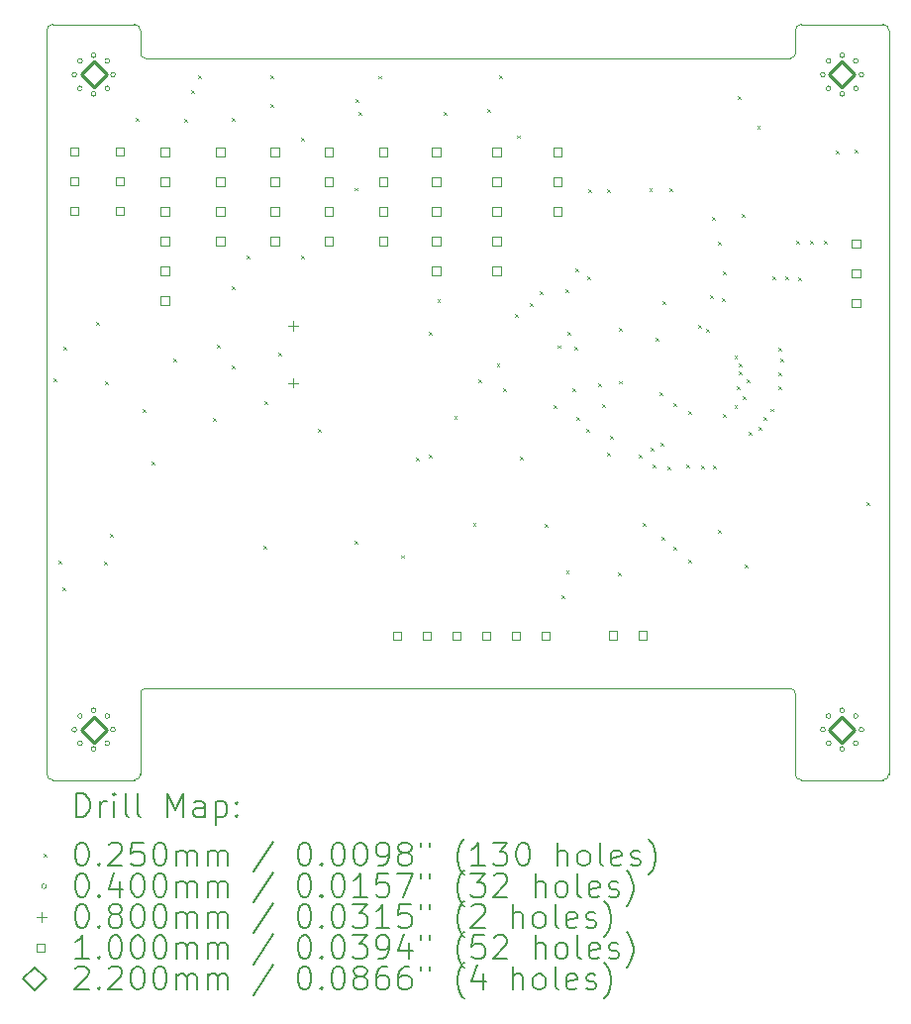
<source format=gbr>
%TF.GenerationSoftware,KiCad,Pcbnew,(6.0.9)*%
%TF.CreationDate,2023-02-01T14:52:12+00:00*%
%TF.ProjectId,GroupProjectCustom,47726f75-7050-4726-9f6a-656374437573,rev?*%
%TF.SameCoordinates,Original*%
%TF.FileFunction,Drillmap*%
%TF.FilePolarity,Positive*%
%FSLAX45Y45*%
G04 Gerber Fmt 4.5, Leading zero omitted, Abs format (unit mm)*
G04 Created by KiCad (PCBNEW (6.0.9)) date 2023-02-01 14:52:12*
%MOMM*%
%LPD*%
G01*
G04 APERTURE LIST*
%ADD10C,0.100000*%
%ADD11C,0.200000*%
%ADD12C,0.025000*%
%ADD13C,0.040000*%
%ADD14C,0.080000*%
%ADD15C,0.220000*%
G04 APERTURE END LIST*
D10*
X12960000Y-4381000D02*
G75*
G03*
X12910000Y-4331000I-50000J0D01*
G01*
X13460000Y-10011000D02*
X13000284Y-10011284D01*
X12160000Y-5611000D02*
X12160000Y-5461000D01*
X19310000Y-4331000D02*
X18610000Y-4331000D01*
X19360000Y-5081000D02*
X19360000Y-5111000D01*
X12160000Y-10741000D02*
G75*
G03*
X12210000Y-10791000I50000J0D01*
G01*
X18560000Y-10051000D02*
G75*
G03*
X18520000Y-10011000I-40000J0D01*
G01*
X12160000Y-5081000D02*
X12160000Y-5111000D01*
X12160000Y-5081000D02*
X12160000Y-4381000D01*
X12910000Y-10791000D02*
G75*
G03*
X12960000Y-10741000I0J50000D01*
G01*
X19360000Y-9511000D02*
X19360000Y-5461000D01*
X12160000Y-9661000D02*
X12160000Y-10011000D01*
X12160000Y-5461000D02*
X12160000Y-5111000D01*
X18560000Y-4581716D02*
X18560000Y-4381000D01*
X19360000Y-4381000D02*
G75*
G03*
X19310000Y-4331000I-50000J0D01*
G01*
X19360000Y-9511000D02*
X19360000Y-9661000D01*
X12960000Y-4580000D02*
G75*
G03*
X13000000Y-4620000I40000J0D01*
G01*
X18560000Y-10741000D02*
G75*
G03*
X18610000Y-10791000I50000J0D01*
G01*
X18610000Y-10791000D02*
X19310000Y-10791000D01*
X19360000Y-10041000D02*
X19360000Y-10741000D01*
X19360000Y-5461000D02*
X19360000Y-5111000D01*
X13460000Y-10011000D02*
X18520000Y-10011000D01*
X12160000Y-5611000D02*
X12160000Y-9661000D01*
X13000000Y-4620000D02*
X13060000Y-4620000D01*
X12960000Y-4381000D02*
X12960000Y-4580000D01*
X19310000Y-10791000D02*
G75*
G03*
X19360000Y-10741000I0J50000D01*
G01*
X12960284Y-10051284D02*
X12960000Y-10741000D01*
X18560000Y-10741000D02*
X18560000Y-10051000D01*
X18520000Y-4620000D02*
X13060000Y-4620000D01*
X12160000Y-10741000D02*
X12160000Y-10041000D01*
X19360000Y-4381000D02*
X19360000Y-5081000D01*
X12910000Y-4331000D02*
X12210000Y-4331000D01*
X19360000Y-9661000D02*
X19360000Y-10011000D01*
X18610000Y-4331000D02*
G75*
G03*
X18560000Y-4381000I0J-50000D01*
G01*
X18520000Y-4620003D02*
G75*
G03*
X18560000Y-4581716I1680J38283D01*
G01*
X12210000Y-4331000D02*
G75*
G03*
X12160000Y-4381000I0J-50000D01*
G01*
X12160000Y-10041000D02*
X12160000Y-10011000D01*
X12210000Y-10791000D02*
X12910000Y-10791000D01*
X19360000Y-10041000D02*
X19360000Y-10011000D01*
X13000284Y-10011284D02*
G75*
G03*
X12960284Y-10051284I-4J-39996D01*
G01*
D11*
D12*
X12220500Y-7355500D02*
X12245500Y-7380500D01*
X12245500Y-7355500D02*
X12220500Y-7380500D01*
X12257500Y-8918500D02*
X12282500Y-8943500D01*
X12282500Y-8918500D02*
X12257500Y-8943500D01*
X12291500Y-9147500D02*
X12316500Y-9172500D01*
X12316500Y-9147500D02*
X12291500Y-9172500D01*
X12297500Y-7086500D02*
X12322500Y-7111500D01*
X12322500Y-7086500D02*
X12297500Y-7111500D01*
X12577500Y-6878500D02*
X12602500Y-6903500D01*
X12602500Y-6878500D02*
X12577500Y-6903500D01*
X12652500Y-8923500D02*
X12677500Y-8948500D01*
X12677500Y-8923500D02*
X12652500Y-8948500D01*
X12660000Y-7386000D02*
X12685000Y-7411000D01*
X12685000Y-7386000D02*
X12660000Y-7411000D01*
X12702500Y-8688500D02*
X12727500Y-8713500D01*
X12727500Y-8688500D02*
X12702500Y-8713500D01*
X12918500Y-5133500D02*
X12943500Y-5158500D01*
X12943500Y-5133500D02*
X12918500Y-5158500D01*
X12981500Y-7623500D02*
X13006500Y-7648500D01*
X13006500Y-7623500D02*
X12981500Y-7648500D01*
X13052500Y-8071000D02*
X13077500Y-8096000D01*
X13077500Y-8071000D02*
X13052500Y-8096000D01*
X13244500Y-7188500D02*
X13269500Y-7213500D01*
X13269500Y-7188500D02*
X13244500Y-7213500D01*
X13332500Y-5136500D02*
X13357500Y-5161500D01*
X13357500Y-5136500D02*
X13332500Y-5161500D01*
X13392500Y-4894500D02*
X13417500Y-4919500D01*
X13417500Y-4894500D02*
X13392500Y-4919500D01*
X13455500Y-4767500D02*
X13480500Y-4792500D01*
X13480500Y-4767500D02*
X13455500Y-4792500D01*
X13580500Y-7692500D02*
X13605500Y-7717500D01*
X13605500Y-7692500D02*
X13580500Y-7717500D01*
X13612500Y-7068500D02*
X13637500Y-7093500D01*
X13637500Y-7068500D02*
X13612500Y-7093500D01*
X13737500Y-6567500D02*
X13762500Y-6592500D01*
X13762500Y-6567500D02*
X13737500Y-6592500D01*
X13738500Y-5133500D02*
X13763500Y-5158500D01*
X13763500Y-5133500D02*
X13738500Y-5158500D01*
X13742500Y-7248500D02*
X13767500Y-7273500D01*
X13767500Y-7248500D02*
X13742500Y-7273500D01*
X13867500Y-6307500D02*
X13892500Y-6332500D01*
X13892500Y-6307500D02*
X13867500Y-6332500D01*
X14012500Y-8788500D02*
X14037500Y-8813500D01*
X14037500Y-8788500D02*
X14012500Y-8813500D01*
X14017500Y-7552500D02*
X14042500Y-7577500D01*
X14042500Y-7552500D02*
X14017500Y-7577500D01*
X14068500Y-5010500D02*
X14093500Y-5035500D01*
X14093500Y-5010500D02*
X14068500Y-5035500D01*
X14074500Y-4768500D02*
X14099500Y-4793500D01*
X14099500Y-4768500D02*
X14074500Y-4793500D01*
X14140500Y-7137500D02*
X14165500Y-7162500D01*
X14165500Y-7137500D02*
X14140500Y-7162500D01*
X14329500Y-5302500D02*
X14354500Y-5327500D01*
X14354500Y-5302500D02*
X14329500Y-5327500D01*
X14337500Y-6307500D02*
X14362500Y-6332500D01*
X14362500Y-6307500D02*
X14337500Y-6332500D01*
X14480500Y-7790500D02*
X14505500Y-7815500D01*
X14505500Y-7790500D02*
X14480500Y-7815500D01*
X14787500Y-5727500D02*
X14812500Y-5752500D01*
X14812500Y-5727500D02*
X14787500Y-5752500D01*
X14792500Y-8743500D02*
X14817500Y-8768500D01*
X14817500Y-8743500D02*
X14792500Y-8768500D01*
X14799500Y-4969500D02*
X14824500Y-4994500D01*
X14824500Y-4969500D02*
X14799500Y-4994500D01*
X14824500Y-5082500D02*
X14849500Y-5107500D01*
X14849500Y-5082500D02*
X14824500Y-5107500D01*
X14997500Y-4770500D02*
X15022500Y-4795500D01*
X15022500Y-4770500D02*
X14997500Y-4795500D01*
X15192500Y-8868500D02*
X15217500Y-8893500D01*
X15217500Y-8868500D02*
X15192500Y-8893500D01*
X15317500Y-8038500D02*
X15342500Y-8063500D01*
X15342500Y-8038500D02*
X15317500Y-8063500D01*
X15427500Y-6958500D02*
X15452500Y-6983500D01*
X15452500Y-6958500D02*
X15427500Y-6983500D01*
X15427500Y-8008500D02*
X15452500Y-8033500D01*
X15452500Y-8008500D02*
X15427500Y-8033500D01*
X15497500Y-6678500D02*
X15522500Y-6703500D01*
X15522500Y-6678500D02*
X15497500Y-6703500D01*
X15554500Y-5082500D02*
X15579500Y-5107500D01*
X15579500Y-5082500D02*
X15554500Y-5107500D01*
X15641500Y-7676500D02*
X15666500Y-7701500D01*
X15666500Y-7676500D02*
X15641500Y-7701500D01*
X15802500Y-8595500D02*
X15827500Y-8620500D01*
X15827500Y-8595500D02*
X15802500Y-8620500D01*
X15847500Y-7368500D02*
X15872500Y-7393500D01*
X15872500Y-7368500D02*
X15847500Y-7393500D01*
X15921500Y-5050500D02*
X15946500Y-5075500D01*
X15946500Y-5050500D02*
X15921500Y-5075500D01*
X16005500Y-7233500D02*
X16030500Y-7258500D01*
X16030500Y-7233500D02*
X16005500Y-7258500D01*
X16029500Y-4766500D02*
X16054500Y-4791500D01*
X16054500Y-4766500D02*
X16029500Y-4791500D01*
X16057500Y-7438500D02*
X16082500Y-7463500D01*
X16082500Y-7438500D02*
X16057500Y-7463500D01*
X16164500Y-6804500D02*
X16189500Y-6829500D01*
X16189500Y-6804500D02*
X16164500Y-6829500D01*
X16182500Y-5278500D02*
X16207500Y-5303500D01*
X16207500Y-5278500D02*
X16182500Y-5303500D01*
X16207500Y-8026500D02*
X16232500Y-8051500D01*
X16232500Y-8026500D02*
X16207500Y-8051500D01*
X16290500Y-6713500D02*
X16315500Y-6738500D01*
X16315500Y-6713500D02*
X16290500Y-6738500D01*
X16376500Y-6613500D02*
X16401500Y-6638500D01*
X16401500Y-6613500D02*
X16376500Y-6638500D01*
X16416500Y-8601500D02*
X16441500Y-8626500D01*
X16441500Y-8601500D02*
X16416500Y-8626500D01*
X16494500Y-7589500D02*
X16519500Y-7614500D01*
X16519500Y-7589500D02*
X16494500Y-7614500D01*
X16526500Y-7073500D02*
X16551500Y-7098500D01*
X16551500Y-7073500D02*
X16526500Y-7098500D01*
X16557500Y-9213500D02*
X16582500Y-9238500D01*
X16582500Y-9213500D02*
X16557500Y-9238500D01*
X16593500Y-6598500D02*
X16618500Y-6623500D01*
X16618500Y-6598500D02*
X16593500Y-6623500D01*
X16598500Y-8997500D02*
X16623500Y-9022500D01*
X16623500Y-8997500D02*
X16598500Y-9022500D01*
X16614500Y-6958500D02*
X16639500Y-6983500D01*
X16639500Y-6958500D02*
X16614500Y-6983500D01*
X16649500Y-7441500D02*
X16674500Y-7466500D01*
X16674500Y-7441500D02*
X16649500Y-7466500D01*
X16671893Y-7087992D02*
X16696893Y-7112992D01*
X16696893Y-7087992D02*
X16671893Y-7112992D01*
X16676500Y-6415500D02*
X16701500Y-6440500D01*
X16701500Y-6415500D02*
X16676500Y-6440500D01*
X16688500Y-7690500D02*
X16713500Y-7715500D01*
X16713500Y-7690500D02*
X16688500Y-7715500D01*
X16774500Y-7788500D02*
X16799500Y-7813500D01*
X16799500Y-7788500D02*
X16774500Y-7813500D01*
X16782500Y-6482500D02*
X16807500Y-6507500D01*
X16807500Y-6482500D02*
X16782500Y-6507500D01*
X16792500Y-5740500D02*
X16817500Y-5765500D01*
X16817500Y-5740500D02*
X16792500Y-5765500D01*
X16873500Y-7398500D02*
X16898500Y-7423500D01*
X16898500Y-7398500D02*
X16873500Y-7423500D01*
X16909500Y-7578500D02*
X16934500Y-7603500D01*
X16934500Y-7578500D02*
X16909500Y-7603500D01*
X16952500Y-7988500D02*
X16977500Y-8013500D01*
X16977500Y-7988500D02*
X16952500Y-8013500D01*
X16953500Y-5737500D02*
X16978500Y-5762500D01*
X16978500Y-5737500D02*
X16953500Y-5762500D01*
X16972500Y-7848500D02*
X16997500Y-7873500D01*
X16997500Y-7848500D02*
X16972500Y-7873500D01*
X17042500Y-9013500D02*
X17067500Y-9038500D01*
X17067500Y-9013500D02*
X17042500Y-9038500D01*
X17048500Y-7378500D02*
X17073500Y-7403500D01*
X17073500Y-7378500D02*
X17048500Y-7403500D01*
X17052500Y-6923500D02*
X17077500Y-6948500D01*
X17077500Y-6923500D02*
X17052500Y-6948500D01*
X17223500Y-8007500D02*
X17248500Y-8032500D01*
X17248500Y-8007500D02*
X17223500Y-8032500D01*
X17253500Y-8594500D02*
X17278500Y-8619500D01*
X17278500Y-8594500D02*
X17253500Y-8619500D01*
X17309500Y-5735500D02*
X17334500Y-5760500D01*
X17334500Y-5735500D02*
X17309500Y-5760500D01*
X17321500Y-7951500D02*
X17346500Y-7976500D01*
X17346500Y-7951500D02*
X17321500Y-7976500D01*
X17335500Y-8090500D02*
X17360500Y-8115500D01*
X17360500Y-8090500D02*
X17335500Y-8115500D01*
X17366500Y-7013500D02*
X17391500Y-7038500D01*
X17391500Y-7013500D02*
X17366500Y-7038500D01*
X17396500Y-7478500D02*
X17421500Y-7503500D01*
X17421500Y-7478500D02*
X17396500Y-7503500D01*
X17403500Y-7908500D02*
X17428500Y-7933500D01*
X17428500Y-7908500D02*
X17403500Y-7933500D01*
X17412500Y-8710500D02*
X17437500Y-8735500D01*
X17437500Y-8710500D02*
X17412500Y-8735500D01*
X17422500Y-6700850D02*
X17447500Y-6725850D01*
X17447500Y-6700850D02*
X17422500Y-6725850D01*
X17464500Y-8108500D02*
X17489500Y-8133500D01*
X17489500Y-8108500D02*
X17464500Y-8133500D01*
X17481500Y-5731500D02*
X17506500Y-5756500D01*
X17506500Y-5731500D02*
X17481500Y-5756500D01*
X17515500Y-8800500D02*
X17540500Y-8825500D01*
X17540500Y-8800500D02*
X17515500Y-8825500D01*
X17520500Y-7572500D02*
X17545500Y-7597500D01*
X17545500Y-7572500D02*
X17520500Y-7597500D01*
X17626500Y-8096500D02*
X17651500Y-8121500D01*
X17651500Y-8096500D02*
X17626500Y-8121500D01*
X17645500Y-7635500D02*
X17670500Y-7660500D01*
X17670500Y-7635500D02*
X17645500Y-7660500D01*
X17646500Y-8908500D02*
X17671500Y-8933500D01*
X17671500Y-8908500D02*
X17646500Y-8933500D01*
X17726500Y-6898500D02*
X17751500Y-6923500D01*
X17751500Y-6898500D02*
X17726500Y-6923500D01*
X17754500Y-8104500D02*
X17779500Y-8129500D01*
X17779500Y-8104500D02*
X17754500Y-8129500D01*
X17796500Y-6931500D02*
X17821500Y-6956500D01*
X17821500Y-6931500D02*
X17796500Y-6956500D01*
X17833500Y-6648500D02*
X17858500Y-6673500D01*
X17858500Y-6648500D02*
X17833500Y-6673500D01*
X17843500Y-5977500D02*
X17868500Y-6002500D01*
X17868500Y-5977500D02*
X17843500Y-6002500D01*
X17859500Y-8103500D02*
X17884500Y-8128500D01*
X17884500Y-8103500D02*
X17859500Y-8128500D01*
X17898500Y-6185500D02*
X17923500Y-6210500D01*
X17923500Y-6185500D02*
X17898500Y-6210500D01*
X17899500Y-8654500D02*
X17924500Y-8679500D01*
X17924500Y-8654500D02*
X17899500Y-8679500D01*
X17931500Y-6670500D02*
X17956500Y-6695500D01*
X17956500Y-6670500D02*
X17931500Y-6695500D01*
X17937500Y-7658500D02*
X17962500Y-7683500D01*
X17962500Y-7658500D02*
X17937500Y-7683500D01*
X17941500Y-6445500D02*
X17966500Y-6470500D01*
X17966500Y-6445500D02*
X17941500Y-6470500D01*
X18037500Y-7158500D02*
X18062500Y-7183500D01*
X18062500Y-7158500D02*
X18037500Y-7183500D01*
X18037500Y-7588500D02*
X18062500Y-7613500D01*
X18062500Y-7588500D02*
X18037500Y-7613500D01*
X18057500Y-7428500D02*
X18082500Y-7453500D01*
X18082500Y-7428500D02*
X18057500Y-7453500D01*
X18068500Y-4946000D02*
X18093500Y-4971000D01*
X18093500Y-4946000D02*
X18068500Y-4971000D01*
X18077500Y-7228500D02*
X18102500Y-7253500D01*
X18102500Y-7228500D02*
X18077500Y-7253500D01*
X18077500Y-7298500D02*
X18102500Y-7323500D01*
X18102500Y-7298500D02*
X18077500Y-7323500D01*
X18104500Y-5954500D02*
X18129500Y-5979500D01*
X18129500Y-5954500D02*
X18104500Y-5979500D01*
X18107500Y-7508500D02*
X18132500Y-7533500D01*
X18132500Y-7508500D02*
X18107500Y-7533500D01*
X18126500Y-8948500D02*
X18151500Y-8973500D01*
X18151500Y-8948500D02*
X18126500Y-8973500D01*
X18147500Y-7368500D02*
X18172500Y-7393500D01*
X18172500Y-7368500D02*
X18147500Y-7393500D01*
X18161500Y-7815500D02*
X18186500Y-7840500D01*
X18186500Y-7815500D02*
X18161500Y-7840500D01*
X18232500Y-5200500D02*
X18257500Y-5225500D01*
X18257500Y-5200500D02*
X18232500Y-5225500D01*
X18247500Y-7768500D02*
X18272500Y-7793500D01*
X18272500Y-7768500D02*
X18247500Y-7793500D01*
X18287500Y-7688500D02*
X18312500Y-7713500D01*
X18312500Y-7688500D02*
X18287500Y-7713500D01*
X18343500Y-7615500D02*
X18368500Y-7640500D01*
X18368500Y-7615500D02*
X18343500Y-7640500D01*
X18362500Y-6487500D02*
X18387500Y-6512500D01*
X18387500Y-6487500D02*
X18362500Y-6512500D01*
X18415500Y-7094500D02*
X18440500Y-7119500D01*
X18440500Y-7094500D02*
X18415500Y-7119500D01*
X18417500Y-7308500D02*
X18442500Y-7333500D01*
X18442500Y-7308500D02*
X18417500Y-7333500D01*
X18417500Y-7424500D02*
X18442500Y-7449500D01*
X18442500Y-7424500D02*
X18417500Y-7449500D01*
X18429500Y-7187500D02*
X18454500Y-7212500D01*
X18454500Y-7187500D02*
X18429500Y-7212500D01*
X18475500Y-6485500D02*
X18500500Y-6510500D01*
X18500500Y-6485500D02*
X18475500Y-6510500D01*
X18564500Y-6178500D02*
X18589500Y-6203500D01*
X18589500Y-6178500D02*
X18564500Y-6203500D01*
X18584500Y-6490500D02*
X18609500Y-6515500D01*
X18609500Y-6490500D02*
X18584500Y-6515500D01*
X18685500Y-6182500D02*
X18710500Y-6207500D01*
X18710500Y-6182500D02*
X18685500Y-6207500D01*
X18804500Y-6182500D02*
X18829500Y-6207500D01*
X18829500Y-6182500D02*
X18804500Y-6207500D01*
X18902500Y-5413500D02*
X18927500Y-5438500D01*
X18927500Y-5413500D02*
X18902500Y-5438500D01*
X19067500Y-5403500D02*
X19092500Y-5428500D01*
X19092500Y-5403500D02*
X19067500Y-5428500D01*
X19168500Y-8416000D02*
X19193500Y-8441000D01*
X19193500Y-8416000D02*
X19168500Y-8441000D01*
D13*
X12415000Y-4761000D02*
G75*
G03*
X12415000Y-4761000I-20000J0D01*
G01*
X12415000Y-10361000D02*
G75*
G03*
X12415000Y-10361000I-20000J0D01*
G01*
X12463327Y-4644327D02*
G75*
G03*
X12463327Y-4644327I-20000J0D01*
G01*
X12463327Y-4877673D02*
G75*
G03*
X12463327Y-4877673I-20000J0D01*
G01*
X12463327Y-10244327D02*
G75*
G03*
X12463327Y-10244327I-20000J0D01*
G01*
X12463327Y-10477673D02*
G75*
G03*
X12463327Y-10477673I-20000J0D01*
G01*
X12580000Y-4596000D02*
G75*
G03*
X12580000Y-4596000I-20000J0D01*
G01*
X12580000Y-4926000D02*
G75*
G03*
X12580000Y-4926000I-20000J0D01*
G01*
X12580000Y-10196000D02*
G75*
G03*
X12580000Y-10196000I-20000J0D01*
G01*
X12580000Y-10526000D02*
G75*
G03*
X12580000Y-10526000I-20000J0D01*
G01*
X12696673Y-4644327D02*
G75*
G03*
X12696673Y-4644327I-20000J0D01*
G01*
X12696673Y-4877673D02*
G75*
G03*
X12696673Y-4877673I-20000J0D01*
G01*
X12696673Y-10244327D02*
G75*
G03*
X12696673Y-10244327I-20000J0D01*
G01*
X12696673Y-10477673D02*
G75*
G03*
X12696673Y-10477673I-20000J0D01*
G01*
X12745000Y-4761000D02*
G75*
G03*
X12745000Y-4761000I-20000J0D01*
G01*
X12745000Y-10361000D02*
G75*
G03*
X12745000Y-10361000I-20000J0D01*
G01*
X18815000Y-4761000D02*
G75*
G03*
X18815000Y-4761000I-20000J0D01*
G01*
X18815000Y-10361000D02*
G75*
G03*
X18815000Y-10361000I-20000J0D01*
G01*
X18863327Y-4644327D02*
G75*
G03*
X18863327Y-4644327I-20000J0D01*
G01*
X18863327Y-4877673D02*
G75*
G03*
X18863327Y-4877673I-20000J0D01*
G01*
X18863327Y-10244327D02*
G75*
G03*
X18863327Y-10244327I-20000J0D01*
G01*
X18863327Y-10477673D02*
G75*
G03*
X18863327Y-10477673I-20000J0D01*
G01*
X18980000Y-4596000D02*
G75*
G03*
X18980000Y-4596000I-20000J0D01*
G01*
X18980000Y-4926000D02*
G75*
G03*
X18980000Y-4926000I-20000J0D01*
G01*
X18980000Y-10196000D02*
G75*
G03*
X18980000Y-10196000I-20000J0D01*
G01*
X18980000Y-10526000D02*
G75*
G03*
X18980000Y-10526000I-20000J0D01*
G01*
X19096673Y-4644327D02*
G75*
G03*
X19096673Y-4644327I-20000J0D01*
G01*
X19096673Y-4877673D02*
G75*
G03*
X19096673Y-4877673I-20000J0D01*
G01*
X19096673Y-10244327D02*
G75*
G03*
X19096673Y-10244327I-20000J0D01*
G01*
X19096673Y-10477673D02*
G75*
G03*
X19096673Y-10477673I-20000J0D01*
G01*
X19145000Y-4761000D02*
G75*
G03*
X19145000Y-4761000I-20000J0D01*
G01*
X19145000Y-10361000D02*
G75*
G03*
X19145000Y-10361000I-20000J0D01*
G01*
D14*
X14267000Y-6868000D02*
X14267000Y-6948000D01*
X14227000Y-6908000D02*
X14307000Y-6908000D01*
X14267000Y-7356000D02*
X14267000Y-7436000D01*
X14227000Y-7396000D02*
X14307000Y-7396000D01*
D10*
X12432356Y-5452856D02*
X12432356Y-5382144D01*
X12361644Y-5382144D01*
X12361644Y-5452856D01*
X12432356Y-5452856D01*
X12432356Y-5706856D02*
X12432356Y-5636144D01*
X12361644Y-5636144D01*
X12361644Y-5706856D01*
X12432356Y-5706856D01*
X12432356Y-5960856D02*
X12432356Y-5890144D01*
X12361644Y-5890144D01*
X12361644Y-5960856D01*
X12432356Y-5960856D01*
X12817356Y-5454856D02*
X12817356Y-5384144D01*
X12746644Y-5384144D01*
X12746644Y-5454856D01*
X12817356Y-5454856D01*
X12817356Y-5708856D02*
X12817356Y-5638144D01*
X12746644Y-5638144D01*
X12746644Y-5708856D01*
X12817356Y-5708856D01*
X12817356Y-5962856D02*
X12817356Y-5892144D01*
X12746644Y-5892144D01*
X12746644Y-5962856D01*
X12817356Y-5962856D01*
X13205356Y-5456356D02*
X13205356Y-5385644D01*
X13134644Y-5385644D01*
X13134644Y-5456356D01*
X13205356Y-5456356D01*
X13205356Y-5710356D02*
X13205356Y-5639644D01*
X13134644Y-5639644D01*
X13134644Y-5710356D01*
X13205356Y-5710356D01*
X13205356Y-5964356D02*
X13205356Y-5893644D01*
X13134644Y-5893644D01*
X13134644Y-5964356D01*
X13205356Y-5964356D01*
X13205356Y-6218356D02*
X13205356Y-6147644D01*
X13134644Y-6147644D01*
X13134644Y-6218356D01*
X13205356Y-6218356D01*
X13205356Y-6472356D02*
X13205356Y-6401644D01*
X13134644Y-6401644D01*
X13134644Y-6472356D01*
X13205356Y-6472356D01*
X13205356Y-6726356D02*
X13205356Y-6655644D01*
X13134644Y-6655644D01*
X13134644Y-6726356D01*
X13205356Y-6726356D01*
X13678356Y-5456356D02*
X13678356Y-5385644D01*
X13607644Y-5385644D01*
X13607644Y-5456356D01*
X13678356Y-5456356D01*
X13678356Y-5710356D02*
X13678356Y-5639644D01*
X13607644Y-5639644D01*
X13607644Y-5710356D01*
X13678356Y-5710356D01*
X13678356Y-5964356D02*
X13678356Y-5893644D01*
X13607644Y-5893644D01*
X13607644Y-5964356D01*
X13678356Y-5964356D01*
X13678356Y-6218356D02*
X13678356Y-6147644D01*
X13607644Y-6147644D01*
X13607644Y-6218356D01*
X13678356Y-6218356D01*
X14143356Y-5456356D02*
X14143356Y-5385644D01*
X14072644Y-5385644D01*
X14072644Y-5456356D01*
X14143356Y-5456356D01*
X14143356Y-5710356D02*
X14143356Y-5639644D01*
X14072644Y-5639644D01*
X14072644Y-5710356D01*
X14143356Y-5710356D01*
X14143356Y-5964356D02*
X14143356Y-5893644D01*
X14072644Y-5893644D01*
X14072644Y-5964356D01*
X14143356Y-5964356D01*
X14143356Y-6218356D02*
X14143356Y-6147644D01*
X14072644Y-6147644D01*
X14072644Y-6218356D01*
X14143356Y-6218356D01*
X14608356Y-5456356D02*
X14608356Y-5385644D01*
X14537644Y-5385644D01*
X14537644Y-5456356D01*
X14608356Y-5456356D01*
X14608356Y-5710356D02*
X14608356Y-5639644D01*
X14537644Y-5639644D01*
X14537644Y-5710356D01*
X14608356Y-5710356D01*
X14608356Y-5964356D02*
X14608356Y-5893644D01*
X14537644Y-5893644D01*
X14537644Y-5964356D01*
X14608356Y-5964356D01*
X14608356Y-6218356D02*
X14608356Y-6147644D01*
X14537644Y-6147644D01*
X14537644Y-6218356D01*
X14608356Y-6218356D01*
X15073356Y-5456356D02*
X15073356Y-5385644D01*
X15002644Y-5385644D01*
X15002644Y-5456356D01*
X15073356Y-5456356D01*
X15073356Y-5710356D02*
X15073356Y-5639644D01*
X15002644Y-5639644D01*
X15002644Y-5710356D01*
X15073356Y-5710356D01*
X15073356Y-5964356D02*
X15073356Y-5893644D01*
X15002644Y-5893644D01*
X15002644Y-5964356D01*
X15073356Y-5964356D01*
X15073356Y-6218356D02*
X15073356Y-6147644D01*
X15002644Y-6147644D01*
X15002644Y-6218356D01*
X15073356Y-6218356D01*
X15188356Y-9596356D02*
X15188356Y-9525644D01*
X15117644Y-9525644D01*
X15117644Y-9596356D01*
X15188356Y-9596356D01*
X15442356Y-9596356D02*
X15442356Y-9525644D01*
X15371644Y-9525644D01*
X15371644Y-9596356D01*
X15442356Y-9596356D01*
X15525356Y-5456356D02*
X15525356Y-5385644D01*
X15454644Y-5385644D01*
X15454644Y-5456356D01*
X15525356Y-5456356D01*
X15525356Y-5710356D02*
X15525356Y-5639644D01*
X15454644Y-5639644D01*
X15454644Y-5710356D01*
X15525356Y-5710356D01*
X15525356Y-5964356D02*
X15525356Y-5893644D01*
X15454644Y-5893644D01*
X15454644Y-5964356D01*
X15525356Y-5964356D01*
X15525356Y-6218356D02*
X15525356Y-6147644D01*
X15454644Y-6147644D01*
X15454644Y-6218356D01*
X15525356Y-6218356D01*
X15525356Y-6472356D02*
X15525356Y-6401644D01*
X15454644Y-6401644D01*
X15454644Y-6472356D01*
X15525356Y-6472356D01*
X15696356Y-9596356D02*
X15696356Y-9525644D01*
X15625644Y-9525644D01*
X15625644Y-9596356D01*
X15696356Y-9596356D01*
X15950356Y-9596356D02*
X15950356Y-9525644D01*
X15879644Y-9525644D01*
X15879644Y-9596356D01*
X15950356Y-9596356D01*
X16040356Y-5456356D02*
X16040356Y-5385644D01*
X15969644Y-5385644D01*
X15969644Y-5456356D01*
X16040356Y-5456356D01*
X16040356Y-5710356D02*
X16040356Y-5639644D01*
X15969644Y-5639644D01*
X15969644Y-5710356D01*
X16040356Y-5710356D01*
X16040356Y-5964356D02*
X16040356Y-5893644D01*
X15969644Y-5893644D01*
X15969644Y-5964356D01*
X16040356Y-5964356D01*
X16040356Y-6218356D02*
X16040356Y-6147644D01*
X15969644Y-6147644D01*
X15969644Y-6218356D01*
X16040356Y-6218356D01*
X16040356Y-6472356D02*
X16040356Y-6401644D01*
X15969644Y-6401644D01*
X15969644Y-6472356D01*
X16040356Y-6472356D01*
X16204356Y-9596356D02*
X16204356Y-9525644D01*
X16133644Y-9525644D01*
X16133644Y-9596356D01*
X16204356Y-9596356D01*
X16458356Y-9596356D02*
X16458356Y-9525644D01*
X16387644Y-9525644D01*
X16387644Y-9596356D01*
X16458356Y-9596356D01*
X16560356Y-5456356D02*
X16560356Y-5385644D01*
X16489644Y-5385644D01*
X16489644Y-5456356D01*
X16560356Y-5456356D01*
X16560356Y-5710356D02*
X16560356Y-5639644D01*
X16489644Y-5639644D01*
X16489644Y-5710356D01*
X16560356Y-5710356D01*
X16560356Y-5964356D02*
X16560356Y-5893644D01*
X16489644Y-5893644D01*
X16489644Y-5964356D01*
X16560356Y-5964356D01*
X17037856Y-9589356D02*
X17037856Y-9518644D01*
X16967144Y-9518644D01*
X16967144Y-9589356D01*
X17037856Y-9589356D01*
X17291856Y-9589356D02*
X17291856Y-9518644D01*
X17221144Y-9518644D01*
X17221144Y-9589356D01*
X17291856Y-9589356D01*
X19115356Y-6240856D02*
X19115356Y-6170144D01*
X19044644Y-6170144D01*
X19044644Y-6240856D01*
X19115356Y-6240856D01*
X19115356Y-6494856D02*
X19115356Y-6424144D01*
X19044644Y-6424144D01*
X19044644Y-6494856D01*
X19115356Y-6494856D01*
X19115356Y-6748856D02*
X19115356Y-6678144D01*
X19044644Y-6678144D01*
X19044644Y-6748856D01*
X19115356Y-6748856D01*
D15*
X12560000Y-4871000D02*
X12670000Y-4761000D01*
X12560000Y-4651000D01*
X12450000Y-4761000D01*
X12560000Y-4871000D01*
X12560000Y-10471000D02*
X12670000Y-10361000D01*
X12560000Y-10251000D01*
X12450000Y-10361000D01*
X12560000Y-10471000D01*
X18960000Y-4871000D02*
X19070000Y-4761000D01*
X18960000Y-4651000D01*
X18850000Y-4761000D01*
X18960000Y-4871000D01*
X18960000Y-10471000D02*
X19070000Y-10361000D01*
X18960000Y-10251000D01*
X18850000Y-10361000D01*
X18960000Y-10471000D01*
D11*
X12412619Y-11106476D02*
X12412619Y-10906476D01*
X12460238Y-10906476D01*
X12488809Y-10916000D01*
X12507857Y-10935048D01*
X12517381Y-10954095D01*
X12526905Y-10992190D01*
X12526905Y-11020762D01*
X12517381Y-11058857D01*
X12507857Y-11077905D01*
X12488809Y-11096952D01*
X12460238Y-11106476D01*
X12412619Y-11106476D01*
X12612619Y-11106476D02*
X12612619Y-10973143D01*
X12612619Y-11011238D02*
X12622143Y-10992190D01*
X12631667Y-10982667D01*
X12650714Y-10973143D01*
X12669762Y-10973143D01*
X12736428Y-11106476D02*
X12736428Y-10973143D01*
X12736428Y-10906476D02*
X12726905Y-10916000D01*
X12736428Y-10925524D01*
X12745952Y-10916000D01*
X12736428Y-10906476D01*
X12736428Y-10925524D01*
X12860238Y-11106476D02*
X12841190Y-11096952D01*
X12831667Y-11077905D01*
X12831667Y-10906476D01*
X12965000Y-11106476D02*
X12945952Y-11096952D01*
X12936428Y-11077905D01*
X12936428Y-10906476D01*
X13193571Y-11106476D02*
X13193571Y-10906476D01*
X13260238Y-11049333D01*
X13326905Y-10906476D01*
X13326905Y-11106476D01*
X13507857Y-11106476D02*
X13507857Y-11001714D01*
X13498333Y-10982667D01*
X13479286Y-10973143D01*
X13441190Y-10973143D01*
X13422143Y-10982667D01*
X13507857Y-11096952D02*
X13488809Y-11106476D01*
X13441190Y-11106476D01*
X13422143Y-11096952D01*
X13412619Y-11077905D01*
X13412619Y-11058857D01*
X13422143Y-11039810D01*
X13441190Y-11030286D01*
X13488809Y-11030286D01*
X13507857Y-11020762D01*
X13603095Y-10973143D02*
X13603095Y-11173143D01*
X13603095Y-10982667D02*
X13622143Y-10973143D01*
X13660238Y-10973143D01*
X13679286Y-10982667D01*
X13688809Y-10992190D01*
X13698333Y-11011238D01*
X13698333Y-11068381D01*
X13688809Y-11087429D01*
X13679286Y-11096952D01*
X13660238Y-11106476D01*
X13622143Y-11106476D01*
X13603095Y-11096952D01*
X13784048Y-11087429D02*
X13793571Y-11096952D01*
X13784048Y-11106476D01*
X13774524Y-11096952D01*
X13784048Y-11087429D01*
X13784048Y-11106476D01*
X13784048Y-10982667D02*
X13793571Y-10992190D01*
X13784048Y-11001714D01*
X13774524Y-10992190D01*
X13784048Y-10982667D01*
X13784048Y-11001714D01*
D12*
X12130000Y-11423500D02*
X12155000Y-11448500D01*
X12155000Y-11423500D02*
X12130000Y-11448500D01*
D11*
X12450714Y-11326476D02*
X12469762Y-11326476D01*
X12488809Y-11336000D01*
X12498333Y-11345524D01*
X12507857Y-11364571D01*
X12517381Y-11402667D01*
X12517381Y-11450286D01*
X12507857Y-11488381D01*
X12498333Y-11507428D01*
X12488809Y-11516952D01*
X12469762Y-11526476D01*
X12450714Y-11526476D01*
X12431667Y-11516952D01*
X12422143Y-11507428D01*
X12412619Y-11488381D01*
X12403095Y-11450286D01*
X12403095Y-11402667D01*
X12412619Y-11364571D01*
X12422143Y-11345524D01*
X12431667Y-11336000D01*
X12450714Y-11326476D01*
X12603095Y-11507428D02*
X12612619Y-11516952D01*
X12603095Y-11526476D01*
X12593571Y-11516952D01*
X12603095Y-11507428D01*
X12603095Y-11526476D01*
X12688809Y-11345524D02*
X12698333Y-11336000D01*
X12717381Y-11326476D01*
X12765000Y-11326476D01*
X12784048Y-11336000D01*
X12793571Y-11345524D01*
X12803095Y-11364571D01*
X12803095Y-11383619D01*
X12793571Y-11412190D01*
X12679286Y-11526476D01*
X12803095Y-11526476D01*
X12984048Y-11326476D02*
X12888809Y-11326476D01*
X12879286Y-11421714D01*
X12888809Y-11412190D01*
X12907857Y-11402667D01*
X12955476Y-11402667D01*
X12974524Y-11412190D01*
X12984048Y-11421714D01*
X12993571Y-11440762D01*
X12993571Y-11488381D01*
X12984048Y-11507428D01*
X12974524Y-11516952D01*
X12955476Y-11526476D01*
X12907857Y-11526476D01*
X12888809Y-11516952D01*
X12879286Y-11507428D01*
X13117381Y-11326476D02*
X13136428Y-11326476D01*
X13155476Y-11336000D01*
X13165000Y-11345524D01*
X13174524Y-11364571D01*
X13184048Y-11402667D01*
X13184048Y-11450286D01*
X13174524Y-11488381D01*
X13165000Y-11507428D01*
X13155476Y-11516952D01*
X13136428Y-11526476D01*
X13117381Y-11526476D01*
X13098333Y-11516952D01*
X13088809Y-11507428D01*
X13079286Y-11488381D01*
X13069762Y-11450286D01*
X13069762Y-11402667D01*
X13079286Y-11364571D01*
X13088809Y-11345524D01*
X13098333Y-11336000D01*
X13117381Y-11326476D01*
X13269762Y-11526476D02*
X13269762Y-11393143D01*
X13269762Y-11412190D02*
X13279286Y-11402667D01*
X13298333Y-11393143D01*
X13326905Y-11393143D01*
X13345952Y-11402667D01*
X13355476Y-11421714D01*
X13355476Y-11526476D01*
X13355476Y-11421714D02*
X13365000Y-11402667D01*
X13384048Y-11393143D01*
X13412619Y-11393143D01*
X13431667Y-11402667D01*
X13441190Y-11421714D01*
X13441190Y-11526476D01*
X13536428Y-11526476D02*
X13536428Y-11393143D01*
X13536428Y-11412190D02*
X13545952Y-11402667D01*
X13565000Y-11393143D01*
X13593571Y-11393143D01*
X13612619Y-11402667D01*
X13622143Y-11421714D01*
X13622143Y-11526476D01*
X13622143Y-11421714D02*
X13631667Y-11402667D01*
X13650714Y-11393143D01*
X13679286Y-11393143D01*
X13698333Y-11402667D01*
X13707857Y-11421714D01*
X13707857Y-11526476D01*
X14098333Y-11316952D02*
X13926905Y-11574095D01*
X14355476Y-11326476D02*
X14374524Y-11326476D01*
X14393571Y-11336000D01*
X14403095Y-11345524D01*
X14412619Y-11364571D01*
X14422143Y-11402667D01*
X14422143Y-11450286D01*
X14412619Y-11488381D01*
X14403095Y-11507428D01*
X14393571Y-11516952D01*
X14374524Y-11526476D01*
X14355476Y-11526476D01*
X14336428Y-11516952D01*
X14326905Y-11507428D01*
X14317381Y-11488381D01*
X14307857Y-11450286D01*
X14307857Y-11402667D01*
X14317381Y-11364571D01*
X14326905Y-11345524D01*
X14336428Y-11336000D01*
X14355476Y-11326476D01*
X14507857Y-11507428D02*
X14517381Y-11516952D01*
X14507857Y-11526476D01*
X14498333Y-11516952D01*
X14507857Y-11507428D01*
X14507857Y-11526476D01*
X14641190Y-11326476D02*
X14660238Y-11326476D01*
X14679286Y-11336000D01*
X14688809Y-11345524D01*
X14698333Y-11364571D01*
X14707857Y-11402667D01*
X14707857Y-11450286D01*
X14698333Y-11488381D01*
X14688809Y-11507428D01*
X14679286Y-11516952D01*
X14660238Y-11526476D01*
X14641190Y-11526476D01*
X14622143Y-11516952D01*
X14612619Y-11507428D01*
X14603095Y-11488381D01*
X14593571Y-11450286D01*
X14593571Y-11402667D01*
X14603095Y-11364571D01*
X14612619Y-11345524D01*
X14622143Y-11336000D01*
X14641190Y-11326476D01*
X14831667Y-11326476D02*
X14850714Y-11326476D01*
X14869762Y-11336000D01*
X14879286Y-11345524D01*
X14888809Y-11364571D01*
X14898333Y-11402667D01*
X14898333Y-11450286D01*
X14888809Y-11488381D01*
X14879286Y-11507428D01*
X14869762Y-11516952D01*
X14850714Y-11526476D01*
X14831667Y-11526476D01*
X14812619Y-11516952D01*
X14803095Y-11507428D01*
X14793571Y-11488381D01*
X14784048Y-11450286D01*
X14784048Y-11402667D01*
X14793571Y-11364571D01*
X14803095Y-11345524D01*
X14812619Y-11336000D01*
X14831667Y-11326476D01*
X14993571Y-11526476D02*
X15031667Y-11526476D01*
X15050714Y-11516952D01*
X15060238Y-11507428D01*
X15079286Y-11478857D01*
X15088809Y-11440762D01*
X15088809Y-11364571D01*
X15079286Y-11345524D01*
X15069762Y-11336000D01*
X15050714Y-11326476D01*
X15012619Y-11326476D01*
X14993571Y-11336000D01*
X14984048Y-11345524D01*
X14974524Y-11364571D01*
X14974524Y-11412190D01*
X14984048Y-11431238D01*
X14993571Y-11440762D01*
X15012619Y-11450286D01*
X15050714Y-11450286D01*
X15069762Y-11440762D01*
X15079286Y-11431238D01*
X15088809Y-11412190D01*
X15203095Y-11412190D02*
X15184048Y-11402667D01*
X15174524Y-11393143D01*
X15165000Y-11374095D01*
X15165000Y-11364571D01*
X15174524Y-11345524D01*
X15184048Y-11336000D01*
X15203095Y-11326476D01*
X15241190Y-11326476D01*
X15260238Y-11336000D01*
X15269762Y-11345524D01*
X15279286Y-11364571D01*
X15279286Y-11374095D01*
X15269762Y-11393143D01*
X15260238Y-11402667D01*
X15241190Y-11412190D01*
X15203095Y-11412190D01*
X15184048Y-11421714D01*
X15174524Y-11431238D01*
X15165000Y-11450286D01*
X15165000Y-11488381D01*
X15174524Y-11507428D01*
X15184048Y-11516952D01*
X15203095Y-11526476D01*
X15241190Y-11526476D01*
X15260238Y-11516952D01*
X15269762Y-11507428D01*
X15279286Y-11488381D01*
X15279286Y-11450286D01*
X15269762Y-11431238D01*
X15260238Y-11421714D01*
X15241190Y-11412190D01*
X15355476Y-11326476D02*
X15355476Y-11364571D01*
X15431667Y-11326476D02*
X15431667Y-11364571D01*
X15726905Y-11602667D02*
X15717381Y-11593143D01*
X15698333Y-11564571D01*
X15688809Y-11545524D01*
X15679286Y-11516952D01*
X15669762Y-11469333D01*
X15669762Y-11431238D01*
X15679286Y-11383619D01*
X15688809Y-11355048D01*
X15698333Y-11336000D01*
X15717381Y-11307428D01*
X15726905Y-11297905D01*
X15907857Y-11526476D02*
X15793571Y-11526476D01*
X15850714Y-11526476D02*
X15850714Y-11326476D01*
X15831667Y-11355048D01*
X15812619Y-11374095D01*
X15793571Y-11383619D01*
X15974524Y-11326476D02*
X16098333Y-11326476D01*
X16031667Y-11402667D01*
X16060238Y-11402667D01*
X16079286Y-11412190D01*
X16088809Y-11421714D01*
X16098333Y-11440762D01*
X16098333Y-11488381D01*
X16088809Y-11507428D01*
X16079286Y-11516952D01*
X16060238Y-11526476D01*
X16003095Y-11526476D01*
X15984048Y-11516952D01*
X15974524Y-11507428D01*
X16222143Y-11326476D02*
X16241190Y-11326476D01*
X16260238Y-11336000D01*
X16269762Y-11345524D01*
X16279286Y-11364571D01*
X16288809Y-11402667D01*
X16288809Y-11450286D01*
X16279286Y-11488381D01*
X16269762Y-11507428D01*
X16260238Y-11516952D01*
X16241190Y-11526476D01*
X16222143Y-11526476D01*
X16203095Y-11516952D01*
X16193571Y-11507428D01*
X16184048Y-11488381D01*
X16174524Y-11450286D01*
X16174524Y-11402667D01*
X16184048Y-11364571D01*
X16193571Y-11345524D01*
X16203095Y-11336000D01*
X16222143Y-11326476D01*
X16526905Y-11526476D02*
X16526905Y-11326476D01*
X16612619Y-11526476D02*
X16612619Y-11421714D01*
X16603095Y-11402667D01*
X16584048Y-11393143D01*
X16555476Y-11393143D01*
X16536428Y-11402667D01*
X16526905Y-11412190D01*
X16736428Y-11526476D02*
X16717381Y-11516952D01*
X16707857Y-11507428D01*
X16698333Y-11488381D01*
X16698333Y-11431238D01*
X16707857Y-11412190D01*
X16717381Y-11402667D01*
X16736428Y-11393143D01*
X16765000Y-11393143D01*
X16784048Y-11402667D01*
X16793571Y-11412190D01*
X16803095Y-11431238D01*
X16803095Y-11488381D01*
X16793571Y-11507428D01*
X16784048Y-11516952D01*
X16765000Y-11526476D01*
X16736428Y-11526476D01*
X16917381Y-11526476D02*
X16898333Y-11516952D01*
X16888810Y-11497905D01*
X16888810Y-11326476D01*
X17069762Y-11516952D02*
X17050714Y-11526476D01*
X17012619Y-11526476D01*
X16993571Y-11516952D01*
X16984048Y-11497905D01*
X16984048Y-11421714D01*
X16993571Y-11402667D01*
X17012619Y-11393143D01*
X17050714Y-11393143D01*
X17069762Y-11402667D01*
X17079286Y-11421714D01*
X17079286Y-11440762D01*
X16984048Y-11459809D01*
X17155476Y-11516952D02*
X17174524Y-11526476D01*
X17212619Y-11526476D01*
X17231667Y-11516952D01*
X17241190Y-11497905D01*
X17241190Y-11488381D01*
X17231667Y-11469333D01*
X17212619Y-11459809D01*
X17184048Y-11459809D01*
X17165000Y-11450286D01*
X17155476Y-11431238D01*
X17155476Y-11421714D01*
X17165000Y-11402667D01*
X17184048Y-11393143D01*
X17212619Y-11393143D01*
X17231667Y-11402667D01*
X17307857Y-11602667D02*
X17317381Y-11593143D01*
X17336429Y-11564571D01*
X17345952Y-11545524D01*
X17355476Y-11516952D01*
X17365000Y-11469333D01*
X17365000Y-11431238D01*
X17355476Y-11383619D01*
X17345952Y-11355048D01*
X17336429Y-11336000D01*
X17317381Y-11307428D01*
X17307857Y-11297905D01*
D13*
X12155000Y-11700000D02*
G75*
G03*
X12155000Y-11700000I-20000J0D01*
G01*
D11*
X12450714Y-11590476D02*
X12469762Y-11590476D01*
X12488809Y-11600000D01*
X12498333Y-11609524D01*
X12507857Y-11628571D01*
X12517381Y-11666667D01*
X12517381Y-11714286D01*
X12507857Y-11752381D01*
X12498333Y-11771428D01*
X12488809Y-11780952D01*
X12469762Y-11790476D01*
X12450714Y-11790476D01*
X12431667Y-11780952D01*
X12422143Y-11771428D01*
X12412619Y-11752381D01*
X12403095Y-11714286D01*
X12403095Y-11666667D01*
X12412619Y-11628571D01*
X12422143Y-11609524D01*
X12431667Y-11600000D01*
X12450714Y-11590476D01*
X12603095Y-11771428D02*
X12612619Y-11780952D01*
X12603095Y-11790476D01*
X12593571Y-11780952D01*
X12603095Y-11771428D01*
X12603095Y-11790476D01*
X12784048Y-11657143D02*
X12784048Y-11790476D01*
X12736428Y-11580952D02*
X12688809Y-11723809D01*
X12812619Y-11723809D01*
X12926905Y-11590476D02*
X12945952Y-11590476D01*
X12965000Y-11600000D01*
X12974524Y-11609524D01*
X12984048Y-11628571D01*
X12993571Y-11666667D01*
X12993571Y-11714286D01*
X12984048Y-11752381D01*
X12974524Y-11771428D01*
X12965000Y-11780952D01*
X12945952Y-11790476D01*
X12926905Y-11790476D01*
X12907857Y-11780952D01*
X12898333Y-11771428D01*
X12888809Y-11752381D01*
X12879286Y-11714286D01*
X12879286Y-11666667D01*
X12888809Y-11628571D01*
X12898333Y-11609524D01*
X12907857Y-11600000D01*
X12926905Y-11590476D01*
X13117381Y-11590476D02*
X13136428Y-11590476D01*
X13155476Y-11600000D01*
X13165000Y-11609524D01*
X13174524Y-11628571D01*
X13184048Y-11666667D01*
X13184048Y-11714286D01*
X13174524Y-11752381D01*
X13165000Y-11771428D01*
X13155476Y-11780952D01*
X13136428Y-11790476D01*
X13117381Y-11790476D01*
X13098333Y-11780952D01*
X13088809Y-11771428D01*
X13079286Y-11752381D01*
X13069762Y-11714286D01*
X13069762Y-11666667D01*
X13079286Y-11628571D01*
X13088809Y-11609524D01*
X13098333Y-11600000D01*
X13117381Y-11590476D01*
X13269762Y-11790476D02*
X13269762Y-11657143D01*
X13269762Y-11676190D02*
X13279286Y-11666667D01*
X13298333Y-11657143D01*
X13326905Y-11657143D01*
X13345952Y-11666667D01*
X13355476Y-11685714D01*
X13355476Y-11790476D01*
X13355476Y-11685714D02*
X13365000Y-11666667D01*
X13384048Y-11657143D01*
X13412619Y-11657143D01*
X13431667Y-11666667D01*
X13441190Y-11685714D01*
X13441190Y-11790476D01*
X13536428Y-11790476D02*
X13536428Y-11657143D01*
X13536428Y-11676190D02*
X13545952Y-11666667D01*
X13565000Y-11657143D01*
X13593571Y-11657143D01*
X13612619Y-11666667D01*
X13622143Y-11685714D01*
X13622143Y-11790476D01*
X13622143Y-11685714D02*
X13631667Y-11666667D01*
X13650714Y-11657143D01*
X13679286Y-11657143D01*
X13698333Y-11666667D01*
X13707857Y-11685714D01*
X13707857Y-11790476D01*
X14098333Y-11580952D02*
X13926905Y-11838095D01*
X14355476Y-11590476D02*
X14374524Y-11590476D01*
X14393571Y-11600000D01*
X14403095Y-11609524D01*
X14412619Y-11628571D01*
X14422143Y-11666667D01*
X14422143Y-11714286D01*
X14412619Y-11752381D01*
X14403095Y-11771428D01*
X14393571Y-11780952D01*
X14374524Y-11790476D01*
X14355476Y-11790476D01*
X14336428Y-11780952D01*
X14326905Y-11771428D01*
X14317381Y-11752381D01*
X14307857Y-11714286D01*
X14307857Y-11666667D01*
X14317381Y-11628571D01*
X14326905Y-11609524D01*
X14336428Y-11600000D01*
X14355476Y-11590476D01*
X14507857Y-11771428D02*
X14517381Y-11780952D01*
X14507857Y-11790476D01*
X14498333Y-11780952D01*
X14507857Y-11771428D01*
X14507857Y-11790476D01*
X14641190Y-11590476D02*
X14660238Y-11590476D01*
X14679286Y-11600000D01*
X14688809Y-11609524D01*
X14698333Y-11628571D01*
X14707857Y-11666667D01*
X14707857Y-11714286D01*
X14698333Y-11752381D01*
X14688809Y-11771428D01*
X14679286Y-11780952D01*
X14660238Y-11790476D01*
X14641190Y-11790476D01*
X14622143Y-11780952D01*
X14612619Y-11771428D01*
X14603095Y-11752381D01*
X14593571Y-11714286D01*
X14593571Y-11666667D01*
X14603095Y-11628571D01*
X14612619Y-11609524D01*
X14622143Y-11600000D01*
X14641190Y-11590476D01*
X14898333Y-11790476D02*
X14784048Y-11790476D01*
X14841190Y-11790476D02*
X14841190Y-11590476D01*
X14822143Y-11619048D01*
X14803095Y-11638095D01*
X14784048Y-11647619D01*
X15079286Y-11590476D02*
X14984048Y-11590476D01*
X14974524Y-11685714D01*
X14984048Y-11676190D01*
X15003095Y-11666667D01*
X15050714Y-11666667D01*
X15069762Y-11676190D01*
X15079286Y-11685714D01*
X15088809Y-11704762D01*
X15088809Y-11752381D01*
X15079286Y-11771428D01*
X15069762Y-11780952D01*
X15050714Y-11790476D01*
X15003095Y-11790476D01*
X14984048Y-11780952D01*
X14974524Y-11771428D01*
X15155476Y-11590476D02*
X15288809Y-11590476D01*
X15203095Y-11790476D01*
X15355476Y-11590476D02*
X15355476Y-11628571D01*
X15431667Y-11590476D02*
X15431667Y-11628571D01*
X15726905Y-11866667D02*
X15717381Y-11857143D01*
X15698333Y-11828571D01*
X15688809Y-11809524D01*
X15679286Y-11780952D01*
X15669762Y-11733333D01*
X15669762Y-11695238D01*
X15679286Y-11647619D01*
X15688809Y-11619048D01*
X15698333Y-11600000D01*
X15717381Y-11571428D01*
X15726905Y-11561905D01*
X15784048Y-11590476D02*
X15907857Y-11590476D01*
X15841190Y-11666667D01*
X15869762Y-11666667D01*
X15888809Y-11676190D01*
X15898333Y-11685714D01*
X15907857Y-11704762D01*
X15907857Y-11752381D01*
X15898333Y-11771428D01*
X15888809Y-11780952D01*
X15869762Y-11790476D01*
X15812619Y-11790476D01*
X15793571Y-11780952D01*
X15784048Y-11771428D01*
X15984048Y-11609524D02*
X15993571Y-11600000D01*
X16012619Y-11590476D01*
X16060238Y-11590476D01*
X16079286Y-11600000D01*
X16088809Y-11609524D01*
X16098333Y-11628571D01*
X16098333Y-11647619D01*
X16088809Y-11676190D01*
X15974524Y-11790476D01*
X16098333Y-11790476D01*
X16336428Y-11790476D02*
X16336428Y-11590476D01*
X16422143Y-11790476D02*
X16422143Y-11685714D01*
X16412619Y-11666667D01*
X16393571Y-11657143D01*
X16365000Y-11657143D01*
X16345952Y-11666667D01*
X16336428Y-11676190D01*
X16545952Y-11790476D02*
X16526905Y-11780952D01*
X16517381Y-11771428D01*
X16507857Y-11752381D01*
X16507857Y-11695238D01*
X16517381Y-11676190D01*
X16526905Y-11666667D01*
X16545952Y-11657143D01*
X16574524Y-11657143D01*
X16593571Y-11666667D01*
X16603095Y-11676190D01*
X16612619Y-11695238D01*
X16612619Y-11752381D01*
X16603095Y-11771428D01*
X16593571Y-11780952D01*
X16574524Y-11790476D01*
X16545952Y-11790476D01*
X16726905Y-11790476D02*
X16707857Y-11780952D01*
X16698333Y-11761905D01*
X16698333Y-11590476D01*
X16879286Y-11780952D02*
X16860238Y-11790476D01*
X16822143Y-11790476D01*
X16803095Y-11780952D01*
X16793571Y-11761905D01*
X16793571Y-11685714D01*
X16803095Y-11666667D01*
X16822143Y-11657143D01*
X16860238Y-11657143D01*
X16879286Y-11666667D01*
X16888810Y-11685714D01*
X16888810Y-11704762D01*
X16793571Y-11723809D01*
X16965000Y-11780952D02*
X16984048Y-11790476D01*
X17022143Y-11790476D01*
X17041190Y-11780952D01*
X17050714Y-11761905D01*
X17050714Y-11752381D01*
X17041190Y-11733333D01*
X17022143Y-11723809D01*
X16993571Y-11723809D01*
X16974524Y-11714286D01*
X16965000Y-11695238D01*
X16965000Y-11685714D01*
X16974524Y-11666667D01*
X16993571Y-11657143D01*
X17022143Y-11657143D01*
X17041190Y-11666667D01*
X17117381Y-11866667D02*
X17126905Y-11857143D01*
X17145952Y-11828571D01*
X17155476Y-11809524D01*
X17165000Y-11780952D01*
X17174524Y-11733333D01*
X17174524Y-11695238D01*
X17165000Y-11647619D01*
X17155476Y-11619048D01*
X17145952Y-11600000D01*
X17126905Y-11571428D01*
X17117381Y-11561905D01*
D14*
X12115000Y-11924000D02*
X12115000Y-12004000D01*
X12075000Y-11964000D02*
X12155000Y-11964000D01*
D11*
X12450714Y-11854476D02*
X12469762Y-11854476D01*
X12488809Y-11864000D01*
X12498333Y-11873524D01*
X12507857Y-11892571D01*
X12517381Y-11930667D01*
X12517381Y-11978286D01*
X12507857Y-12016381D01*
X12498333Y-12035428D01*
X12488809Y-12044952D01*
X12469762Y-12054476D01*
X12450714Y-12054476D01*
X12431667Y-12044952D01*
X12422143Y-12035428D01*
X12412619Y-12016381D01*
X12403095Y-11978286D01*
X12403095Y-11930667D01*
X12412619Y-11892571D01*
X12422143Y-11873524D01*
X12431667Y-11864000D01*
X12450714Y-11854476D01*
X12603095Y-12035428D02*
X12612619Y-12044952D01*
X12603095Y-12054476D01*
X12593571Y-12044952D01*
X12603095Y-12035428D01*
X12603095Y-12054476D01*
X12726905Y-11940190D02*
X12707857Y-11930667D01*
X12698333Y-11921143D01*
X12688809Y-11902095D01*
X12688809Y-11892571D01*
X12698333Y-11873524D01*
X12707857Y-11864000D01*
X12726905Y-11854476D01*
X12765000Y-11854476D01*
X12784048Y-11864000D01*
X12793571Y-11873524D01*
X12803095Y-11892571D01*
X12803095Y-11902095D01*
X12793571Y-11921143D01*
X12784048Y-11930667D01*
X12765000Y-11940190D01*
X12726905Y-11940190D01*
X12707857Y-11949714D01*
X12698333Y-11959238D01*
X12688809Y-11978286D01*
X12688809Y-12016381D01*
X12698333Y-12035428D01*
X12707857Y-12044952D01*
X12726905Y-12054476D01*
X12765000Y-12054476D01*
X12784048Y-12044952D01*
X12793571Y-12035428D01*
X12803095Y-12016381D01*
X12803095Y-11978286D01*
X12793571Y-11959238D01*
X12784048Y-11949714D01*
X12765000Y-11940190D01*
X12926905Y-11854476D02*
X12945952Y-11854476D01*
X12965000Y-11864000D01*
X12974524Y-11873524D01*
X12984048Y-11892571D01*
X12993571Y-11930667D01*
X12993571Y-11978286D01*
X12984048Y-12016381D01*
X12974524Y-12035428D01*
X12965000Y-12044952D01*
X12945952Y-12054476D01*
X12926905Y-12054476D01*
X12907857Y-12044952D01*
X12898333Y-12035428D01*
X12888809Y-12016381D01*
X12879286Y-11978286D01*
X12879286Y-11930667D01*
X12888809Y-11892571D01*
X12898333Y-11873524D01*
X12907857Y-11864000D01*
X12926905Y-11854476D01*
X13117381Y-11854476D02*
X13136428Y-11854476D01*
X13155476Y-11864000D01*
X13165000Y-11873524D01*
X13174524Y-11892571D01*
X13184048Y-11930667D01*
X13184048Y-11978286D01*
X13174524Y-12016381D01*
X13165000Y-12035428D01*
X13155476Y-12044952D01*
X13136428Y-12054476D01*
X13117381Y-12054476D01*
X13098333Y-12044952D01*
X13088809Y-12035428D01*
X13079286Y-12016381D01*
X13069762Y-11978286D01*
X13069762Y-11930667D01*
X13079286Y-11892571D01*
X13088809Y-11873524D01*
X13098333Y-11864000D01*
X13117381Y-11854476D01*
X13269762Y-12054476D02*
X13269762Y-11921143D01*
X13269762Y-11940190D02*
X13279286Y-11930667D01*
X13298333Y-11921143D01*
X13326905Y-11921143D01*
X13345952Y-11930667D01*
X13355476Y-11949714D01*
X13355476Y-12054476D01*
X13355476Y-11949714D02*
X13365000Y-11930667D01*
X13384048Y-11921143D01*
X13412619Y-11921143D01*
X13431667Y-11930667D01*
X13441190Y-11949714D01*
X13441190Y-12054476D01*
X13536428Y-12054476D02*
X13536428Y-11921143D01*
X13536428Y-11940190D02*
X13545952Y-11930667D01*
X13565000Y-11921143D01*
X13593571Y-11921143D01*
X13612619Y-11930667D01*
X13622143Y-11949714D01*
X13622143Y-12054476D01*
X13622143Y-11949714D02*
X13631667Y-11930667D01*
X13650714Y-11921143D01*
X13679286Y-11921143D01*
X13698333Y-11930667D01*
X13707857Y-11949714D01*
X13707857Y-12054476D01*
X14098333Y-11844952D02*
X13926905Y-12102095D01*
X14355476Y-11854476D02*
X14374524Y-11854476D01*
X14393571Y-11864000D01*
X14403095Y-11873524D01*
X14412619Y-11892571D01*
X14422143Y-11930667D01*
X14422143Y-11978286D01*
X14412619Y-12016381D01*
X14403095Y-12035428D01*
X14393571Y-12044952D01*
X14374524Y-12054476D01*
X14355476Y-12054476D01*
X14336428Y-12044952D01*
X14326905Y-12035428D01*
X14317381Y-12016381D01*
X14307857Y-11978286D01*
X14307857Y-11930667D01*
X14317381Y-11892571D01*
X14326905Y-11873524D01*
X14336428Y-11864000D01*
X14355476Y-11854476D01*
X14507857Y-12035428D02*
X14517381Y-12044952D01*
X14507857Y-12054476D01*
X14498333Y-12044952D01*
X14507857Y-12035428D01*
X14507857Y-12054476D01*
X14641190Y-11854476D02*
X14660238Y-11854476D01*
X14679286Y-11864000D01*
X14688809Y-11873524D01*
X14698333Y-11892571D01*
X14707857Y-11930667D01*
X14707857Y-11978286D01*
X14698333Y-12016381D01*
X14688809Y-12035428D01*
X14679286Y-12044952D01*
X14660238Y-12054476D01*
X14641190Y-12054476D01*
X14622143Y-12044952D01*
X14612619Y-12035428D01*
X14603095Y-12016381D01*
X14593571Y-11978286D01*
X14593571Y-11930667D01*
X14603095Y-11892571D01*
X14612619Y-11873524D01*
X14622143Y-11864000D01*
X14641190Y-11854476D01*
X14774524Y-11854476D02*
X14898333Y-11854476D01*
X14831667Y-11930667D01*
X14860238Y-11930667D01*
X14879286Y-11940190D01*
X14888809Y-11949714D01*
X14898333Y-11968762D01*
X14898333Y-12016381D01*
X14888809Y-12035428D01*
X14879286Y-12044952D01*
X14860238Y-12054476D01*
X14803095Y-12054476D01*
X14784048Y-12044952D01*
X14774524Y-12035428D01*
X15088809Y-12054476D02*
X14974524Y-12054476D01*
X15031667Y-12054476D02*
X15031667Y-11854476D01*
X15012619Y-11883048D01*
X14993571Y-11902095D01*
X14974524Y-11911619D01*
X15269762Y-11854476D02*
X15174524Y-11854476D01*
X15165000Y-11949714D01*
X15174524Y-11940190D01*
X15193571Y-11930667D01*
X15241190Y-11930667D01*
X15260238Y-11940190D01*
X15269762Y-11949714D01*
X15279286Y-11968762D01*
X15279286Y-12016381D01*
X15269762Y-12035428D01*
X15260238Y-12044952D01*
X15241190Y-12054476D01*
X15193571Y-12054476D01*
X15174524Y-12044952D01*
X15165000Y-12035428D01*
X15355476Y-11854476D02*
X15355476Y-11892571D01*
X15431667Y-11854476D02*
X15431667Y-11892571D01*
X15726905Y-12130667D02*
X15717381Y-12121143D01*
X15698333Y-12092571D01*
X15688809Y-12073524D01*
X15679286Y-12044952D01*
X15669762Y-11997333D01*
X15669762Y-11959238D01*
X15679286Y-11911619D01*
X15688809Y-11883048D01*
X15698333Y-11864000D01*
X15717381Y-11835428D01*
X15726905Y-11825905D01*
X15793571Y-11873524D02*
X15803095Y-11864000D01*
X15822143Y-11854476D01*
X15869762Y-11854476D01*
X15888809Y-11864000D01*
X15898333Y-11873524D01*
X15907857Y-11892571D01*
X15907857Y-11911619D01*
X15898333Y-11940190D01*
X15784048Y-12054476D01*
X15907857Y-12054476D01*
X16145952Y-12054476D02*
X16145952Y-11854476D01*
X16231667Y-12054476D02*
X16231667Y-11949714D01*
X16222143Y-11930667D01*
X16203095Y-11921143D01*
X16174524Y-11921143D01*
X16155476Y-11930667D01*
X16145952Y-11940190D01*
X16355476Y-12054476D02*
X16336428Y-12044952D01*
X16326905Y-12035428D01*
X16317381Y-12016381D01*
X16317381Y-11959238D01*
X16326905Y-11940190D01*
X16336428Y-11930667D01*
X16355476Y-11921143D01*
X16384048Y-11921143D01*
X16403095Y-11930667D01*
X16412619Y-11940190D01*
X16422143Y-11959238D01*
X16422143Y-12016381D01*
X16412619Y-12035428D01*
X16403095Y-12044952D01*
X16384048Y-12054476D01*
X16355476Y-12054476D01*
X16536428Y-12054476D02*
X16517381Y-12044952D01*
X16507857Y-12025905D01*
X16507857Y-11854476D01*
X16688809Y-12044952D02*
X16669762Y-12054476D01*
X16631667Y-12054476D01*
X16612619Y-12044952D01*
X16603095Y-12025905D01*
X16603095Y-11949714D01*
X16612619Y-11930667D01*
X16631667Y-11921143D01*
X16669762Y-11921143D01*
X16688809Y-11930667D01*
X16698333Y-11949714D01*
X16698333Y-11968762D01*
X16603095Y-11987809D01*
X16774524Y-12044952D02*
X16793571Y-12054476D01*
X16831667Y-12054476D01*
X16850714Y-12044952D01*
X16860238Y-12025905D01*
X16860238Y-12016381D01*
X16850714Y-11997333D01*
X16831667Y-11987809D01*
X16803095Y-11987809D01*
X16784048Y-11978286D01*
X16774524Y-11959238D01*
X16774524Y-11949714D01*
X16784048Y-11930667D01*
X16803095Y-11921143D01*
X16831667Y-11921143D01*
X16850714Y-11930667D01*
X16926905Y-12130667D02*
X16936429Y-12121143D01*
X16955476Y-12092571D01*
X16965000Y-12073524D01*
X16974524Y-12044952D01*
X16984048Y-11997333D01*
X16984048Y-11959238D01*
X16974524Y-11911619D01*
X16965000Y-11883048D01*
X16955476Y-11864000D01*
X16936429Y-11835428D01*
X16926905Y-11825905D01*
D10*
X12140356Y-12263356D02*
X12140356Y-12192644D01*
X12069644Y-12192644D01*
X12069644Y-12263356D01*
X12140356Y-12263356D01*
D11*
X12517381Y-12318476D02*
X12403095Y-12318476D01*
X12460238Y-12318476D02*
X12460238Y-12118476D01*
X12441190Y-12147048D01*
X12422143Y-12166095D01*
X12403095Y-12175619D01*
X12603095Y-12299428D02*
X12612619Y-12308952D01*
X12603095Y-12318476D01*
X12593571Y-12308952D01*
X12603095Y-12299428D01*
X12603095Y-12318476D01*
X12736428Y-12118476D02*
X12755476Y-12118476D01*
X12774524Y-12128000D01*
X12784048Y-12137524D01*
X12793571Y-12156571D01*
X12803095Y-12194667D01*
X12803095Y-12242286D01*
X12793571Y-12280381D01*
X12784048Y-12299428D01*
X12774524Y-12308952D01*
X12755476Y-12318476D01*
X12736428Y-12318476D01*
X12717381Y-12308952D01*
X12707857Y-12299428D01*
X12698333Y-12280381D01*
X12688809Y-12242286D01*
X12688809Y-12194667D01*
X12698333Y-12156571D01*
X12707857Y-12137524D01*
X12717381Y-12128000D01*
X12736428Y-12118476D01*
X12926905Y-12118476D02*
X12945952Y-12118476D01*
X12965000Y-12128000D01*
X12974524Y-12137524D01*
X12984048Y-12156571D01*
X12993571Y-12194667D01*
X12993571Y-12242286D01*
X12984048Y-12280381D01*
X12974524Y-12299428D01*
X12965000Y-12308952D01*
X12945952Y-12318476D01*
X12926905Y-12318476D01*
X12907857Y-12308952D01*
X12898333Y-12299428D01*
X12888809Y-12280381D01*
X12879286Y-12242286D01*
X12879286Y-12194667D01*
X12888809Y-12156571D01*
X12898333Y-12137524D01*
X12907857Y-12128000D01*
X12926905Y-12118476D01*
X13117381Y-12118476D02*
X13136428Y-12118476D01*
X13155476Y-12128000D01*
X13165000Y-12137524D01*
X13174524Y-12156571D01*
X13184048Y-12194667D01*
X13184048Y-12242286D01*
X13174524Y-12280381D01*
X13165000Y-12299428D01*
X13155476Y-12308952D01*
X13136428Y-12318476D01*
X13117381Y-12318476D01*
X13098333Y-12308952D01*
X13088809Y-12299428D01*
X13079286Y-12280381D01*
X13069762Y-12242286D01*
X13069762Y-12194667D01*
X13079286Y-12156571D01*
X13088809Y-12137524D01*
X13098333Y-12128000D01*
X13117381Y-12118476D01*
X13269762Y-12318476D02*
X13269762Y-12185143D01*
X13269762Y-12204190D02*
X13279286Y-12194667D01*
X13298333Y-12185143D01*
X13326905Y-12185143D01*
X13345952Y-12194667D01*
X13355476Y-12213714D01*
X13355476Y-12318476D01*
X13355476Y-12213714D02*
X13365000Y-12194667D01*
X13384048Y-12185143D01*
X13412619Y-12185143D01*
X13431667Y-12194667D01*
X13441190Y-12213714D01*
X13441190Y-12318476D01*
X13536428Y-12318476D02*
X13536428Y-12185143D01*
X13536428Y-12204190D02*
X13545952Y-12194667D01*
X13565000Y-12185143D01*
X13593571Y-12185143D01*
X13612619Y-12194667D01*
X13622143Y-12213714D01*
X13622143Y-12318476D01*
X13622143Y-12213714D02*
X13631667Y-12194667D01*
X13650714Y-12185143D01*
X13679286Y-12185143D01*
X13698333Y-12194667D01*
X13707857Y-12213714D01*
X13707857Y-12318476D01*
X14098333Y-12108952D02*
X13926905Y-12366095D01*
X14355476Y-12118476D02*
X14374524Y-12118476D01*
X14393571Y-12128000D01*
X14403095Y-12137524D01*
X14412619Y-12156571D01*
X14422143Y-12194667D01*
X14422143Y-12242286D01*
X14412619Y-12280381D01*
X14403095Y-12299428D01*
X14393571Y-12308952D01*
X14374524Y-12318476D01*
X14355476Y-12318476D01*
X14336428Y-12308952D01*
X14326905Y-12299428D01*
X14317381Y-12280381D01*
X14307857Y-12242286D01*
X14307857Y-12194667D01*
X14317381Y-12156571D01*
X14326905Y-12137524D01*
X14336428Y-12128000D01*
X14355476Y-12118476D01*
X14507857Y-12299428D02*
X14517381Y-12308952D01*
X14507857Y-12318476D01*
X14498333Y-12308952D01*
X14507857Y-12299428D01*
X14507857Y-12318476D01*
X14641190Y-12118476D02*
X14660238Y-12118476D01*
X14679286Y-12128000D01*
X14688809Y-12137524D01*
X14698333Y-12156571D01*
X14707857Y-12194667D01*
X14707857Y-12242286D01*
X14698333Y-12280381D01*
X14688809Y-12299428D01*
X14679286Y-12308952D01*
X14660238Y-12318476D01*
X14641190Y-12318476D01*
X14622143Y-12308952D01*
X14612619Y-12299428D01*
X14603095Y-12280381D01*
X14593571Y-12242286D01*
X14593571Y-12194667D01*
X14603095Y-12156571D01*
X14612619Y-12137524D01*
X14622143Y-12128000D01*
X14641190Y-12118476D01*
X14774524Y-12118476D02*
X14898333Y-12118476D01*
X14831667Y-12194667D01*
X14860238Y-12194667D01*
X14879286Y-12204190D01*
X14888809Y-12213714D01*
X14898333Y-12232762D01*
X14898333Y-12280381D01*
X14888809Y-12299428D01*
X14879286Y-12308952D01*
X14860238Y-12318476D01*
X14803095Y-12318476D01*
X14784048Y-12308952D01*
X14774524Y-12299428D01*
X14993571Y-12318476D02*
X15031667Y-12318476D01*
X15050714Y-12308952D01*
X15060238Y-12299428D01*
X15079286Y-12270857D01*
X15088809Y-12232762D01*
X15088809Y-12156571D01*
X15079286Y-12137524D01*
X15069762Y-12128000D01*
X15050714Y-12118476D01*
X15012619Y-12118476D01*
X14993571Y-12128000D01*
X14984048Y-12137524D01*
X14974524Y-12156571D01*
X14974524Y-12204190D01*
X14984048Y-12223238D01*
X14993571Y-12232762D01*
X15012619Y-12242286D01*
X15050714Y-12242286D01*
X15069762Y-12232762D01*
X15079286Y-12223238D01*
X15088809Y-12204190D01*
X15260238Y-12185143D02*
X15260238Y-12318476D01*
X15212619Y-12108952D02*
X15165000Y-12251809D01*
X15288809Y-12251809D01*
X15355476Y-12118476D02*
X15355476Y-12156571D01*
X15431667Y-12118476D02*
X15431667Y-12156571D01*
X15726905Y-12394667D02*
X15717381Y-12385143D01*
X15698333Y-12356571D01*
X15688809Y-12337524D01*
X15679286Y-12308952D01*
X15669762Y-12261333D01*
X15669762Y-12223238D01*
X15679286Y-12175619D01*
X15688809Y-12147048D01*
X15698333Y-12128000D01*
X15717381Y-12099428D01*
X15726905Y-12089905D01*
X15898333Y-12118476D02*
X15803095Y-12118476D01*
X15793571Y-12213714D01*
X15803095Y-12204190D01*
X15822143Y-12194667D01*
X15869762Y-12194667D01*
X15888809Y-12204190D01*
X15898333Y-12213714D01*
X15907857Y-12232762D01*
X15907857Y-12280381D01*
X15898333Y-12299428D01*
X15888809Y-12308952D01*
X15869762Y-12318476D01*
X15822143Y-12318476D01*
X15803095Y-12308952D01*
X15793571Y-12299428D01*
X15984048Y-12137524D02*
X15993571Y-12128000D01*
X16012619Y-12118476D01*
X16060238Y-12118476D01*
X16079286Y-12128000D01*
X16088809Y-12137524D01*
X16098333Y-12156571D01*
X16098333Y-12175619D01*
X16088809Y-12204190D01*
X15974524Y-12318476D01*
X16098333Y-12318476D01*
X16336428Y-12318476D02*
X16336428Y-12118476D01*
X16422143Y-12318476D02*
X16422143Y-12213714D01*
X16412619Y-12194667D01*
X16393571Y-12185143D01*
X16365000Y-12185143D01*
X16345952Y-12194667D01*
X16336428Y-12204190D01*
X16545952Y-12318476D02*
X16526905Y-12308952D01*
X16517381Y-12299428D01*
X16507857Y-12280381D01*
X16507857Y-12223238D01*
X16517381Y-12204190D01*
X16526905Y-12194667D01*
X16545952Y-12185143D01*
X16574524Y-12185143D01*
X16593571Y-12194667D01*
X16603095Y-12204190D01*
X16612619Y-12223238D01*
X16612619Y-12280381D01*
X16603095Y-12299428D01*
X16593571Y-12308952D01*
X16574524Y-12318476D01*
X16545952Y-12318476D01*
X16726905Y-12318476D02*
X16707857Y-12308952D01*
X16698333Y-12289905D01*
X16698333Y-12118476D01*
X16879286Y-12308952D02*
X16860238Y-12318476D01*
X16822143Y-12318476D01*
X16803095Y-12308952D01*
X16793571Y-12289905D01*
X16793571Y-12213714D01*
X16803095Y-12194667D01*
X16822143Y-12185143D01*
X16860238Y-12185143D01*
X16879286Y-12194667D01*
X16888810Y-12213714D01*
X16888810Y-12232762D01*
X16793571Y-12251809D01*
X16965000Y-12308952D02*
X16984048Y-12318476D01*
X17022143Y-12318476D01*
X17041190Y-12308952D01*
X17050714Y-12289905D01*
X17050714Y-12280381D01*
X17041190Y-12261333D01*
X17022143Y-12251809D01*
X16993571Y-12251809D01*
X16974524Y-12242286D01*
X16965000Y-12223238D01*
X16965000Y-12213714D01*
X16974524Y-12194667D01*
X16993571Y-12185143D01*
X17022143Y-12185143D01*
X17041190Y-12194667D01*
X17117381Y-12394667D02*
X17126905Y-12385143D01*
X17145952Y-12356571D01*
X17155476Y-12337524D01*
X17165000Y-12308952D01*
X17174524Y-12261333D01*
X17174524Y-12223238D01*
X17165000Y-12175619D01*
X17155476Y-12147048D01*
X17145952Y-12128000D01*
X17126905Y-12099428D01*
X17117381Y-12089905D01*
X12055000Y-12592000D02*
X12155000Y-12492000D01*
X12055000Y-12392000D01*
X11955000Y-12492000D01*
X12055000Y-12592000D01*
X12403095Y-12401524D02*
X12412619Y-12392000D01*
X12431667Y-12382476D01*
X12479286Y-12382476D01*
X12498333Y-12392000D01*
X12507857Y-12401524D01*
X12517381Y-12420571D01*
X12517381Y-12439619D01*
X12507857Y-12468190D01*
X12393571Y-12582476D01*
X12517381Y-12582476D01*
X12603095Y-12563428D02*
X12612619Y-12572952D01*
X12603095Y-12582476D01*
X12593571Y-12572952D01*
X12603095Y-12563428D01*
X12603095Y-12582476D01*
X12688809Y-12401524D02*
X12698333Y-12392000D01*
X12717381Y-12382476D01*
X12765000Y-12382476D01*
X12784048Y-12392000D01*
X12793571Y-12401524D01*
X12803095Y-12420571D01*
X12803095Y-12439619D01*
X12793571Y-12468190D01*
X12679286Y-12582476D01*
X12803095Y-12582476D01*
X12926905Y-12382476D02*
X12945952Y-12382476D01*
X12965000Y-12392000D01*
X12974524Y-12401524D01*
X12984048Y-12420571D01*
X12993571Y-12458667D01*
X12993571Y-12506286D01*
X12984048Y-12544381D01*
X12974524Y-12563428D01*
X12965000Y-12572952D01*
X12945952Y-12582476D01*
X12926905Y-12582476D01*
X12907857Y-12572952D01*
X12898333Y-12563428D01*
X12888809Y-12544381D01*
X12879286Y-12506286D01*
X12879286Y-12458667D01*
X12888809Y-12420571D01*
X12898333Y-12401524D01*
X12907857Y-12392000D01*
X12926905Y-12382476D01*
X13117381Y-12382476D02*
X13136428Y-12382476D01*
X13155476Y-12392000D01*
X13165000Y-12401524D01*
X13174524Y-12420571D01*
X13184048Y-12458667D01*
X13184048Y-12506286D01*
X13174524Y-12544381D01*
X13165000Y-12563428D01*
X13155476Y-12572952D01*
X13136428Y-12582476D01*
X13117381Y-12582476D01*
X13098333Y-12572952D01*
X13088809Y-12563428D01*
X13079286Y-12544381D01*
X13069762Y-12506286D01*
X13069762Y-12458667D01*
X13079286Y-12420571D01*
X13088809Y-12401524D01*
X13098333Y-12392000D01*
X13117381Y-12382476D01*
X13269762Y-12582476D02*
X13269762Y-12449143D01*
X13269762Y-12468190D02*
X13279286Y-12458667D01*
X13298333Y-12449143D01*
X13326905Y-12449143D01*
X13345952Y-12458667D01*
X13355476Y-12477714D01*
X13355476Y-12582476D01*
X13355476Y-12477714D02*
X13365000Y-12458667D01*
X13384048Y-12449143D01*
X13412619Y-12449143D01*
X13431667Y-12458667D01*
X13441190Y-12477714D01*
X13441190Y-12582476D01*
X13536428Y-12582476D02*
X13536428Y-12449143D01*
X13536428Y-12468190D02*
X13545952Y-12458667D01*
X13565000Y-12449143D01*
X13593571Y-12449143D01*
X13612619Y-12458667D01*
X13622143Y-12477714D01*
X13622143Y-12582476D01*
X13622143Y-12477714D02*
X13631667Y-12458667D01*
X13650714Y-12449143D01*
X13679286Y-12449143D01*
X13698333Y-12458667D01*
X13707857Y-12477714D01*
X13707857Y-12582476D01*
X14098333Y-12372952D02*
X13926905Y-12630095D01*
X14355476Y-12382476D02*
X14374524Y-12382476D01*
X14393571Y-12392000D01*
X14403095Y-12401524D01*
X14412619Y-12420571D01*
X14422143Y-12458667D01*
X14422143Y-12506286D01*
X14412619Y-12544381D01*
X14403095Y-12563428D01*
X14393571Y-12572952D01*
X14374524Y-12582476D01*
X14355476Y-12582476D01*
X14336428Y-12572952D01*
X14326905Y-12563428D01*
X14317381Y-12544381D01*
X14307857Y-12506286D01*
X14307857Y-12458667D01*
X14317381Y-12420571D01*
X14326905Y-12401524D01*
X14336428Y-12392000D01*
X14355476Y-12382476D01*
X14507857Y-12563428D02*
X14517381Y-12572952D01*
X14507857Y-12582476D01*
X14498333Y-12572952D01*
X14507857Y-12563428D01*
X14507857Y-12582476D01*
X14641190Y-12382476D02*
X14660238Y-12382476D01*
X14679286Y-12392000D01*
X14688809Y-12401524D01*
X14698333Y-12420571D01*
X14707857Y-12458667D01*
X14707857Y-12506286D01*
X14698333Y-12544381D01*
X14688809Y-12563428D01*
X14679286Y-12572952D01*
X14660238Y-12582476D01*
X14641190Y-12582476D01*
X14622143Y-12572952D01*
X14612619Y-12563428D01*
X14603095Y-12544381D01*
X14593571Y-12506286D01*
X14593571Y-12458667D01*
X14603095Y-12420571D01*
X14612619Y-12401524D01*
X14622143Y-12392000D01*
X14641190Y-12382476D01*
X14822143Y-12468190D02*
X14803095Y-12458667D01*
X14793571Y-12449143D01*
X14784048Y-12430095D01*
X14784048Y-12420571D01*
X14793571Y-12401524D01*
X14803095Y-12392000D01*
X14822143Y-12382476D01*
X14860238Y-12382476D01*
X14879286Y-12392000D01*
X14888809Y-12401524D01*
X14898333Y-12420571D01*
X14898333Y-12430095D01*
X14888809Y-12449143D01*
X14879286Y-12458667D01*
X14860238Y-12468190D01*
X14822143Y-12468190D01*
X14803095Y-12477714D01*
X14793571Y-12487238D01*
X14784048Y-12506286D01*
X14784048Y-12544381D01*
X14793571Y-12563428D01*
X14803095Y-12572952D01*
X14822143Y-12582476D01*
X14860238Y-12582476D01*
X14879286Y-12572952D01*
X14888809Y-12563428D01*
X14898333Y-12544381D01*
X14898333Y-12506286D01*
X14888809Y-12487238D01*
X14879286Y-12477714D01*
X14860238Y-12468190D01*
X15069762Y-12382476D02*
X15031667Y-12382476D01*
X15012619Y-12392000D01*
X15003095Y-12401524D01*
X14984048Y-12430095D01*
X14974524Y-12468190D01*
X14974524Y-12544381D01*
X14984048Y-12563428D01*
X14993571Y-12572952D01*
X15012619Y-12582476D01*
X15050714Y-12582476D01*
X15069762Y-12572952D01*
X15079286Y-12563428D01*
X15088809Y-12544381D01*
X15088809Y-12496762D01*
X15079286Y-12477714D01*
X15069762Y-12468190D01*
X15050714Y-12458667D01*
X15012619Y-12458667D01*
X14993571Y-12468190D01*
X14984048Y-12477714D01*
X14974524Y-12496762D01*
X15260238Y-12382476D02*
X15222143Y-12382476D01*
X15203095Y-12392000D01*
X15193571Y-12401524D01*
X15174524Y-12430095D01*
X15165000Y-12468190D01*
X15165000Y-12544381D01*
X15174524Y-12563428D01*
X15184048Y-12572952D01*
X15203095Y-12582476D01*
X15241190Y-12582476D01*
X15260238Y-12572952D01*
X15269762Y-12563428D01*
X15279286Y-12544381D01*
X15279286Y-12496762D01*
X15269762Y-12477714D01*
X15260238Y-12468190D01*
X15241190Y-12458667D01*
X15203095Y-12458667D01*
X15184048Y-12468190D01*
X15174524Y-12477714D01*
X15165000Y-12496762D01*
X15355476Y-12382476D02*
X15355476Y-12420571D01*
X15431667Y-12382476D02*
X15431667Y-12420571D01*
X15726905Y-12658667D02*
X15717381Y-12649143D01*
X15698333Y-12620571D01*
X15688809Y-12601524D01*
X15679286Y-12572952D01*
X15669762Y-12525333D01*
X15669762Y-12487238D01*
X15679286Y-12439619D01*
X15688809Y-12411048D01*
X15698333Y-12392000D01*
X15717381Y-12363428D01*
X15726905Y-12353905D01*
X15888809Y-12449143D02*
X15888809Y-12582476D01*
X15841190Y-12372952D02*
X15793571Y-12515809D01*
X15917381Y-12515809D01*
X16145952Y-12582476D02*
X16145952Y-12382476D01*
X16231667Y-12582476D02*
X16231667Y-12477714D01*
X16222143Y-12458667D01*
X16203095Y-12449143D01*
X16174524Y-12449143D01*
X16155476Y-12458667D01*
X16145952Y-12468190D01*
X16355476Y-12582476D02*
X16336428Y-12572952D01*
X16326905Y-12563428D01*
X16317381Y-12544381D01*
X16317381Y-12487238D01*
X16326905Y-12468190D01*
X16336428Y-12458667D01*
X16355476Y-12449143D01*
X16384048Y-12449143D01*
X16403095Y-12458667D01*
X16412619Y-12468190D01*
X16422143Y-12487238D01*
X16422143Y-12544381D01*
X16412619Y-12563428D01*
X16403095Y-12572952D01*
X16384048Y-12582476D01*
X16355476Y-12582476D01*
X16536428Y-12582476D02*
X16517381Y-12572952D01*
X16507857Y-12553905D01*
X16507857Y-12382476D01*
X16688809Y-12572952D02*
X16669762Y-12582476D01*
X16631667Y-12582476D01*
X16612619Y-12572952D01*
X16603095Y-12553905D01*
X16603095Y-12477714D01*
X16612619Y-12458667D01*
X16631667Y-12449143D01*
X16669762Y-12449143D01*
X16688809Y-12458667D01*
X16698333Y-12477714D01*
X16698333Y-12496762D01*
X16603095Y-12515809D01*
X16774524Y-12572952D02*
X16793571Y-12582476D01*
X16831667Y-12582476D01*
X16850714Y-12572952D01*
X16860238Y-12553905D01*
X16860238Y-12544381D01*
X16850714Y-12525333D01*
X16831667Y-12515809D01*
X16803095Y-12515809D01*
X16784048Y-12506286D01*
X16774524Y-12487238D01*
X16774524Y-12477714D01*
X16784048Y-12458667D01*
X16803095Y-12449143D01*
X16831667Y-12449143D01*
X16850714Y-12458667D01*
X16926905Y-12658667D02*
X16936429Y-12649143D01*
X16955476Y-12620571D01*
X16965000Y-12601524D01*
X16974524Y-12572952D01*
X16984048Y-12525333D01*
X16984048Y-12487238D01*
X16974524Y-12439619D01*
X16965000Y-12411048D01*
X16955476Y-12392000D01*
X16936429Y-12363428D01*
X16926905Y-12353905D01*
M02*

</source>
